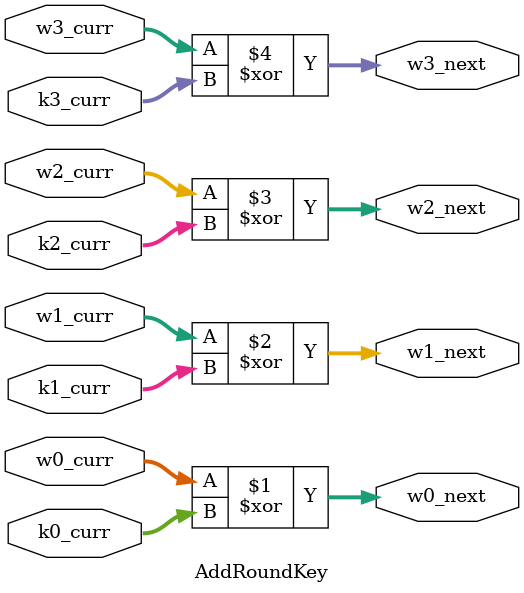
<source format=v>
module AddRoundKey (
	w0_curr,
	w1_curr,
	w2_curr,
	w3_curr,
	k0_curr,
	k1_curr,
	k2_curr,
	k3_curr,
	w0_next,
	w1_next,
	w2_next,
	w3_next
);

input [31:0] w0_curr, w1_curr, w2_curr, w3_curr, k0_curr, k1_curr, k2_curr, k3_curr;
output [31:0] w0_next, w1_next, w2_next, w3_next;

assign w0_next = w0_curr ^ k0_curr;
assign w1_next = w1_curr ^ k1_curr;
assign w2_next = w2_curr ^ k2_curr;
assign w3_next = w3_curr ^ k3_curr;

endmodule
</source>
